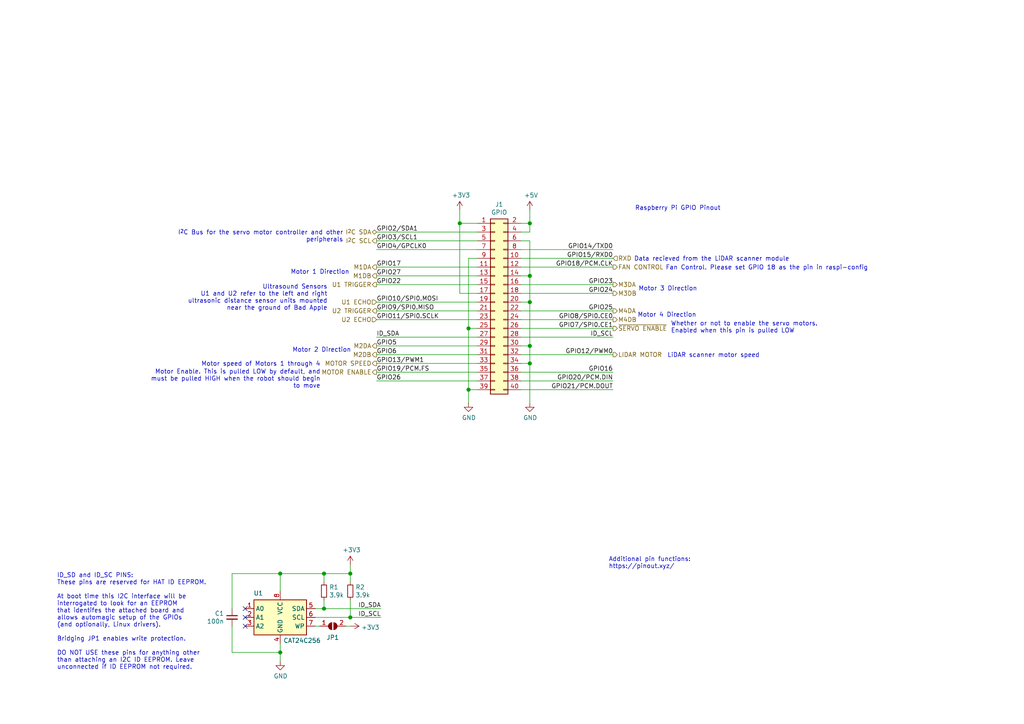
<source format=kicad_sch>
(kicad_sch (version 20250114) (generator "eeschema") (generator_version "9.0")
  (paper "A4")
  (title_block (title "Autonomous  Courier Robot \"Bad Apple\"") (date "2025-08-28") (rev "1") (company "Mixed Engineering Group 3 | STEM 12-Altruism / AY 2526 | CIT-U SHS") (comment 4 "This sheet defines the Raspberry Pi HAT interface"))
  (lib_symbols
    (symbol "Connector_Generic:Conn_02x20_Odd_Even" (pin_names (offset 1.016) (hide yes))
      (property "Reference" "J" (at 1.27 25.4 0))
      (property "Value" "Conn_02x20_Odd_Even" (at 1.27 -27.94 0))
      (symbol "Conn_02x20_Odd_Even_1_1"
        (rectangle (start -1.27 24.13) (end 3.81 -26.67) (stroke (width 0.254)) (fill (type background)))
        (rectangle (start -1.27 22.987) (end 0 22.733) (stroke (width 0.1524)))
        (rectangle (start -1.27 20.447) (end 0 20.193) (stroke (width 0.1524)))
        (rectangle (start -1.27 17.907) (end 0 17.653) (stroke (width 0.1524)))
        (rectangle (start -1.27 15.367) (end 0 15.113) (stroke (width 0.1524)))
        (rectangle (start -1.27 12.827) (end 0 12.573) (stroke (width 0.1524)))
        (rectangle (start -1.27 10.287) (end 0 10.033) (stroke (width 0.1524)))
        (rectangle (start -1.27 7.747) (end 0 7.493) (stroke (width 0.1524)))
        (rectangle (start -1.27 5.207) (end 0 4.953) (stroke (width 0.1524)))
        (rectangle (start -1.27 2.667) (end 0 2.413) (stroke (width 0.1524)))
        (rectangle (start -1.27 0.127) (end 0 -0.127) (stroke (width 0.1524)))
        (rectangle (start -1.27 -2.413) (end 0 -2.667) (stroke (width 0.1524)))
        (rectangle (start -1.27 -4.953) (end 0 -5.207) (stroke (width 0.1524)))
        (rectangle (start -1.27 -7.493) (end 0 -7.747) (stroke (width 0.1524)))
        (rectangle (start -1.27 -10.033) (end 0 -10.287) (stroke (width 0.1524)))
        (rectangle (start -1.27 -12.573) (end 0 -12.827) (stroke (width 0.1524)))
        (rectangle (start -1.27 -15.113) (end 0 -15.367) (stroke (width 0.1524)))
        (rectangle (start -1.27 -17.653) (end 0 -17.907) (stroke (width 0.1524)))
        (rectangle (start -1.27 -20.193) (end 0 -20.447) (stroke (width 0.1524)))
        (rectangle (start -1.27 -22.733) (end 0 -22.987) (stroke (width 0.1524)))
        (rectangle (start -1.27 -25.273) (end 0 -25.527) (stroke (width 0.1524)))
        (rectangle (start 3.81 22.987) (end 2.54 22.733) (stroke (width 0.1524)))
        (rectangle (start 3.81 20.447) (end 2.54 20.193) (stroke (width 0.1524)))
        (rectangle (start 3.81 17.907) (end 2.54 17.653) (stroke (width 0.1524)))
        (rectangle (start 3.81 15.367) (end 2.54 15.113) (stroke (width 0.1524)))
        (rectangle (start 3.81 12.827) (end 2.54 12.573) (stroke (width 0.1524)))
        (rectangle (start 3.81 10.287) (end 2.54 10.033) (stroke (width 0.1524)))
        (rectangle (start 3.81 7.747) (end 2.54 7.493) (stroke (width 0.1524)))
        (rectangle (start 3.81 5.207) (end 2.54 4.953) (stroke (width 0.1524)))
        (rectangle (start 3.81 2.667) (end 2.54 2.413) (stroke (width 0.1524)))
        (rectangle (start 3.81 0.127) (end 2.54 -0.127) (stroke (width 0.1524)))
        (rectangle (start 3.81 -2.413) (end 2.54 -2.667) (stroke (width 0.1524)))
        (rectangle (start 3.81 -4.953) (end 2.54 -5.207) (stroke (width 0.1524)))
        (rectangle (start 3.81 -7.493) (end 2.54 -7.747) (stroke (width 0.1524)))
        (rectangle (start 3.81 -10.033) (end 2.54 -10.287) (stroke (width 0.1524)))
        (rectangle (start 3.81 -12.573) (end 2.54 -12.827) (stroke (width 0.1524)))
        (rectangle (start 3.81 -15.113) (end 2.54 -15.367) (stroke (width 0.1524)))
        (rectangle (start 3.81 -17.653) (end 2.54 -17.907) (stroke (width 0.1524)))
        (rectangle (start 3.81 -20.193) (end 2.54 -20.447) (stroke (width 0.1524)))
        (rectangle (start 3.81 -22.733) (end 2.54 -22.987) (stroke (width 0.1524)))
        (rectangle (start 3.81 -25.273) (end 2.54 -25.527) (stroke (width 0.1524)))
        (pin passive line (at -5.08 22.86 0) (length 3.81) (name "Pin_1") (number "1"))
        (pin passive line (at -5.08 20.32 0) (length 3.81) (name "Pin_3") (number "3"))
        (pin passive line (at -5.08 17.78 0) (length 3.81) (name "Pin_5") (number "5"))
        (pin passive line (at -5.08 15.24 0) (length 3.81) (name "Pin_7") (number "7"))
        (pin passive line (at -5.08 12.7 0) (length 3.81) (name "Pin_9") (number "9"))
        (pin passive line (at -5.08 10.16 0) (length 3.81) (name "Pin_11") (number "11"))
        (pin passive line (at -5.08 7.62 0) (length 3.81) (name "Pin_13") (number "13"))
        (pin passive line (at -5.08 5.08 0) (length 3.81) (name "Pin_15") (number "15"))
        (pin passive line (at -5.08 2.54 0) (length 3.81) (name "Pin_17") (number "17"))
        (pin passive line (at -5.08 0 0) (length 3.81) (name "Pin_19") (number "19"))
        (pin passive line (at -5.08 -2.54 0) (length 3.81) (name "Pin_21") (number "21"))
        (pin passive line (at -5.08 -5.08 0) (length 3.81) (name "Pin_23") (number "23"))
        (pin passive line (at -5.08 -7.62 0) (length 3.81) (name "Pin_25") (number "25"))
        (pin passive line (at -5.08 -10.16 0) (length 3.81) (name "Pin_27") (number "27"))
        (pin passive line (at -5.08 -12.7 0) (length 3.81) (name "Pin_29") (number "29"))
        (pin passive line (at -5.08 -15.24 0) (length 3.81) (name "Pin_31") (number "31"))
        (pin passive line (at -5.08 -17.78 0) (length 3.81) (name "Pin_33") (number "33"))
        (pin passive line (at -5.08 -20.32 0) (length 3.81) (name "Pin_35") (number "35"))
        (pin passive line (at -5.08 -22.86 0) (length 3.81) (name "Pin_37") (number "37"))
        (pin passive line (at -5.08 -25.4 0) (length 3.81) (name "Pin_39") (number "39"))
        (pin passive line (at 7.62 22.86 180) (length 3.81) (name "Pin_2") (number "2"))
        (pin passive line (at 7.62 20.32 180) (length 3.81) (name "Pin_4") (number "4"))
        (pin passive line (at 7.62 17.78 180) (length 3.81) (name "Pin_6") (number "6"))
        (pin passive line (at 7.62 15.24 180) (length 3.81) (name "Pin_8") (number "8"))
        (pin passive line (at 7.62 12.7 180) (length 3.81) (name "Pin_10") (number "10"))
        (pin passive line (at 7.62 10.16 180) (length 3.81) (name "Pin_12") (number "12"))
        (pin passive line (at 7.62 7.62 180) (length 3.81) (name "Pin_14") (number "14"))
        (pin passive line (at 7.62 5.08 180) (length 3.81) (name "Pin_16") (number "16"))
        (pin passive line (at 7.62 2.54 180) (length 3.81) (name "Pin_18") (number "18"))
        (pin passive line (at 7.62 0 180) (length 3.81) (name "Pin_20") (number "20"))
        (pin passive line (at 7.62 -2.54 180) (length 3.81) (name "Pin_22") (number "22"))
        (pin passive line (at 7.62 -5.08 180) (length 3.81) (name "Pin_24") (number "24"))
        (pin passive line (at 7.62 -7.62 180) (length 3.81) (name "Pin_26") (number "26"))
        (pin passive line (at 7.62 -10.16 180) (length 3.81) (name "Pin_28") (number "28"))
        (pin passive line (at 7.62 -12.7 180) (length 3.81) (name "Pin_30") (number "30"))
        (pin passive line (at 7.62 -15.24 180) (length 3.81) (name "Pin_32") (number "32"))
        (pin passive line (at 7.62 -17.78 180) (length 3.81) (name "Pin_34") (number "34"))
        (pin passive line (at 7.62 -20.32 180) (length 3.81) (name "Pin_36") (number "36"))
        (pin passive line (at 7.62 -22.86 180) (length 3.81) (name "Pin_38") (number "38"))
        (pin passive line (at 7.62 -25.4 180) (length 3.81) (name "Pin_40") (number "40"))
      )
    )
    (symbol "Device:C_Small" (pin_numbers (hide yes)) (pin_names (offset 0.254) (hide yes))
      (property "Reference" "C" (at 0.254 1.778 0))
      (property "Value" "C_Small" (at 0.254 -2.032 0))
      (symbol "C_Small_0_1"
        (polyline (pts (xy -1.524 0.508) (xy 1.524 0.508)) (stroke (width 0.3048)))
        (polyline (pts (xy -1.524 -0.508) (xy 1.524 -0.508)) (stroke (width 0.3302)))
      )
      (symbol "C_Small_1_1"
        (pin passive line (at 0 2.54 270) (length 2.032) (name "~") (number "1"))
        (pin passive line (at 0 -2.54 90) (length 2.032) (name "~") (number "2"))
      )
    )
    (symbol "Device:R_Small" (pin_numbers (hide yes)) (pin_names (offset 0.254) (hide yes))
      (property "Reference" "R" (at 0.762 0.508 0))
      (property "Value" "R_Small" (at 0.762 -1.016 0))
      (symbol "R_Small_0_1"
        (rectangle (start -0.762 1.778) (end 0.762 -1.778) (stroke (width 0.2032)))
      )
      (symbol "R_Small_1_1"
        (pin passive line (at 0 2.54 270) (length 0.762) (name "~") (number "1"))
        (pin passive line (at 0 -2.54 90) (length 0.762) (name "~") (number "2"))
      )
    )
    (symbol "Jumper:SolderJumper_2_Open" (pin_names (offset 0) (hide yes))
      (property "Reference" "JP" (at 0 2.032 0))
      (property "Value" "SolderJumper_2_Open" (at 0 -2.54 0))
      (symbol "SolderJumper_2_Open_0_1"
        (polyline (pts (xy -0.254 1.016) (xy -0.254 -1.016)))
        (arc (start -0.254 -1.016) (mid -1.2656 0) (end -0.254 1.016))
        (arc (start -0.254 -1.016) (mid -1.2656 0) (end -0.254 1.016) (fill (type outline)))
        (arc (start 0.254 1.016) (mid 1.2656 0) (end 0.254 -1.016))
        (arc (start 0.254 1.016) (mid 1.2656 0) (end 0.254 -1.016) (fill (type outline)))
        (polyline (pts (xy 0.254 1.016) (xy 0.254 -1.016)))
      )
      (symbol "SolderJumper_2_Open_1_1"
        (pin passive line (at -3.81 0 0) (length 2.54) (name "A") (number "1"))
        (pin passive line (at 3.81 0 180) (length 2.54) (name "B") (number "2"))
      )
    )
    (symbol "Memory_EEPROM:CAT24C256"
      (property "Reference" "U" (at -6.35 6.35 0))
      (property "Value" "CAT24C256" (at 1.27 6.35 0))
      (symbol "CAT24C256_1_1"
        (rectangle (start -7.62 5.08) (end 7.62 -5.08) (stroke (width 0.254)) (fill (type background)))
        (pin input line (at -10.16 2.54 0) (length 2.54) (name "A0") (number "1"))
        (pin input line (at -10.16 0 0) (length 2.54) (name "A1") (number "2"))
        (pin input line (at -10.16 -2.54 0) (length 2.54) (name "A2") (number "3"))
        (pin power_in line (at 0 7.62 270) (length 2.54) (name "VCC") (number "8"))
        (pin power_in line (at 0 -7.62 90) (length 2.54) (name "GND") (number "4"))
        (pin bidirectional line (at 10.16 2.54 180) (length 2.54) (name "SDA") (number "5"))
        (pin input line (at 10.16 0 180) (length 2.54) (name "SCL") (number "6"))
        (pin input line (at 10.16 -2.54 180) (length 2.54) (name "WP") (number "7"))
      )
    )
    (symbol "power:+3.3V" (power) (pin_names (offset 0))
      (property "Value" "+3.3V" (at 0 3.556 0))
      (symbol "+3.3V_0_1"
        (polyline (pts (xy -0.762 1.27) (xy 0 2.54)))
        (polyline (pts (xy 0 2.54) (xy 0.762 1.27)))
        (polyline (pts (xy 0 0) (xy 0 2.54)))
      )
      (symbol "+3.3V_1_1"
        (pin power_in line (at 0 0 90) (length 0) (hide yes) (name "+3V3") (number "1"))
      )
    )
    (symbol "power:+5V" (power) (pin_names (offset 0))
      (property "Value" "+5V" (at 0 3.556 0))
      (symbol "+5V_0_1"
        (polyline (pts (xy -0.762 1.27) (xy 0 2.54)))
        (polyline (pts (xy 0 2.54) (xy 0.762 1.27)))
        (polyline (pts (xy 0 0) (xy 0 2.54)))
      )
      (symbol "+5V_1_1"
        (pin power_in line (at 0 0 90) (length 0) (hide yes) (name "+5V") (number "1"))
      )
    )
    (symbol "power:GND" (power) (pin_names (offset 0))
      (property "Value" "GND" (at 0 -3.81 0))
      (symbol "GND_0_1"
        (polyline (pts (xy 0 0) (xy 0 -1.27) (xy 1.27 -1.27) (xy 0 -2.54) (xy -1.27 -1.27) (xy 0 -1.27)))
      )
      (symbol "GND_1_1"
        (pin power_in line (at 0 0 270) (length 0) (hide yes) (name "GND") (number "1"))
      )
    )
  )
  (text "I^{2}C Bus for the servo motor controller and other\nperipherals" (at 99.568 68.58 0) (effects (font (size 1.27 1.27)) (justify right)))
  (text "Ultrasound Sensors\nU1 and U2 refer to the left and right\nultrasonic distance sensor units mounted\nnear the ground of Bad Apple" (at 94.996 86.36 0) (effects (font (size 1.27 1.27)) (justify right)))
  (text "Data recieved from the LiDAR scanner module" (at 183.896 75.184 0) (effects (font (size 1.27 1.27)) (justify left)))
  (text "Whether or not to enable the servo motors.\nEnabled when this pin is pulled LOW" (at 194.564 94.996 0) (effects (font (size 1.27 1.27)) (justify left)))
  (text "Motor 2 Direction" (at 101.854 101.6 0) (effects (font (size 1.27 1.27)) (justify right)))
  (text "Motor 1 Direction" (at 101.346 78.994 0) (effects (font (size 1.27 1.27)) (justify right)))
  (text "Raspberry Pi GPIO Pinout" (at 196.596 60.452 0) (effects (font (size 1.27 1.27))))
  (text "Motor 4 Direction" (at 184.912 91.44 0) (effects (font (size 1.27 1.27)) (justify left)))
  (text "Motor 3 Direction" (at 185.166 83.82 0) (effects (font (size 1.27 1.27)) (justify left)))
  (text "Fan Control. Please set GPIO 18 as the pin in raspi-config" (at 193.04 77.724 0) (effects (font (size 1.27 1.27)) (justify left)))
  (text "ID_SD and ID_SC PINS:\nThese pins are reserved for HAT ID EEPROM.\n\nAt boot time this I2C interface will be\ninterrogated to look for an EEPROM\nthat identifes the attached board and\nallows automagic setup of the GPIOs\n(and optionally, Linux drivers).\n\nBridging JP1 enables write protection.\n\nDO NOT USE these pins for anything other\nthan attaching an I2C ID EEPROM. Leave\nunconnected if ID EEPROM not required." (at 16.51 194.31 0) (effects (font (size 1.27 1.27)) (justify left bottom)))
  (text "Motor speed of Motors 1 through 4" (at 92.964 105.664 0) (effects (font (size 1.27 1.27)) (justify right)))
  (text "LiDAR scanner motor speed" (at 193.548 103.124 0) (effects (font (size 1.27 1.27)) (justify left)))
  (text "Motor Enable. This is pulled LOW by default, and\nmust be pulled HIGH when the robot should begin\nto move" (at 92.964 109.982 0) (effects (font (size 1.27 1.27)) (justify right)))
  (text "Additional pin functions:\nhttps://pinout.xyz/" (at 176.53 165.1 0) (effects (font (size 1.27 1.27)) (justify left bottom)))
  (junction (at 93.98 166.37) (diameter 1.016))
  (junction (at 101.6 166.37) (diameter 1.016))
  (junction (at 93.98 176.53) (diameter 1.016))
  (junction (at 135.89 113.03) (diameter 1.016))
  (junction (at 133.35 64.77) (diameter 1.016))
  (junction (at 153.67 80.01) (diameter 1.016))
  (junction (at 153.67 100.33) (diameter 1.016))
  (junction (at 135.89 95.25) (diameter 1.016))
  (junction (at 81.28 189.23) (diameter 1.016))
  (junction (at 153.67 64.77) (diameter 1.016))
  (junction (at 153.67 87.63) (diameter 1.016))
  (junction (at 81.28 166.37) (diameter 1.016))
  (junction (at 101.6 179.07) (diameter 1.016))
  (junction (at 153.67 105.41) (diameter 1.016))
  (no_connect (at 71.12 181.61))
  (no_connect (at 71.12 179.07))
  (no_connect (at 71.12 176.53))
  (wire (pts (xy 109.22 90.17) (xy 138.43 90.17)))
  (wire (pts (xy 135.89 95.25) (xy 135.89 113.03)))
  (wire (pts (xy 81.28 166.37) (xy 81.28 171.45)))
  (wire (pts (xy 153.67 64.77) (xy 151.13 64.77)))
  (wire (pts (xy 133.35 60.96) (xy 133.35 64.77)))
  (wire (pts (xy 138.43 67.31) (xy 109.22 67.31)))
  (wire (pts (xy 151.13 107.95) (xy 177.8 107.95)))
  (wire (pts (xy 67.31 181.61) (xy 67.31 189.23)))
  (wire (pts (xy 151.13 77.47) (xy 177.8 77.47)))
  (wire (pts (xy 151.13 90.17) (xy 177.8 90.17)))
  (wire (pts (xy 153.67 100.33) (xy 151.13 100.33)))
  (wire (pts (xy 91.44 179.07) (xy 101.6 179.07)))
  (wire (pts (xy 133.35 64.77) (xy 133.35 85.09)))
  (wire (pts (xy 81.28 166.37) (xy 93.98 166.37)))
  (wire (pts (xy 153.67 80.01) (xy 153.67 87.63)))
  (wire (pts (xy 153.67 87.63) (xy 151.13 87.63)))
  (wire (pts (xy 151.13 74.93) (xy 177.8 74.93)))
  (wire (pts (xy 135.89 74.93) (xy 135.89 95.25)))
  (wire (pts (xy 138.43 87.63) (xy 109.22 87.63)))
  (wire (pts (xy 153.67 60.96) (xy 153.67 64.77)))
  (wire (pts (xy 153.67 69.85) (xy 151.13 69.85)))
  (wire (pts (xy 151.13 72.39) (xy 177.8 72.39)))
  (wire (pts (xy 101.6 168.91) (xy 101.6 166.37)))
  (wire (pts (xy 91.44 176.53) (xy 93.98 176.53)))
  (wire (pts (xy 101.6 166.37) (xy 93.98 166.37)))
  (wire (pts (xy 67.31 166.37) (xy 67.31 176.53)))
  (wire (pts (xy 109.22 92.71) (xy 138.43 92.71)))
  (wire (pts (xy 135.89 74.93) (xy 138.43 74.93)))
  (wire (pts (xy 133.35 85.09) (xy 138.43 85.09)))
  (wire (pts (xy 133.35 64.77) (xy 138.43 64.77)))
  (wire (pts (xy 109.22 107.95) (xy 138.43 107.95)))
  (wire (pts (xy 151.13 113.03) (xy 177.8 113.03)))
  (wire (pts (xy 109.22 69.85) (xy 138.43 69.85)))
  (wire (pts (xy 135.89 113.03) (xy 138.43 113.03)))
  (wire (pts (xy 109.22 102.87) (xy 138.43 102.87)))
  (wire (pts (xy 153.67 64.77) (xy 153.67 67.31)))
  (wire (pts (xy 101.6 179.07) (xy 110.49 179.07)))
  (wire (pts (xy 93.98 166.37) (xy 93.98 168.91)))
  (wire (pts (xy 81.28 166.37) (xy 67.31 166.37)))
  (wire (pts (xy 101.6 163.83) (xy 101.6 166.37)))
  (wire (pts (xy 138.43 105.41) (xy 109.22 105.41)))
  (wire (pts (xy 81.28 189.23) (xy 81.28 191.77)))
  (wire (pts (xy 93.98 173.99) (xy 93.98 176.53)))
  (wire (pts (xy 151.13 85.09) (xy 177.8 85.09)))
  (wire (pts (xy 135.89 113.03) (xy 135.89 116.84)))
  (wire (pts (xy 153.67 105.41) (xy 151.13 105.41)))
  (wire (pts (xy 100.33 181.61) (xy 101.6 181.61)))
  (wire (pts (xy 151.13 97.79) (xy 177.8 97.79)))
  (wire (pts (xy 67.31 189.23) (xy 81.28 189.23)))
  (wire (pts (xy 151.13 95.25) (xy 177.8 95.25)))
  (wire (pts (xy 153.67 69.85) (xy 153.67 80.01)))
  (wire (pts (xy 109.22 82.55) (xy 138.43 82.55)))
  (wire (pts (xy 109.22 72.39) (xy 138.43 72.39)))
  (wire (pts (xy 153.67 67.31) (xy 151.13 67.31)))
  (wire (pts (xy 81.28 186.69) (xy 81.28 189.23)))
  (wire (pts (xy 109.22 110.49) (xy 138.43 110.49)))
  (wire (pts (xy 151.13 82.55) (xy 177.8 82.55)))
  (wire (pts (xy 109.22 100.33) (xy 138.43 100.33)))
  (wire (pts (xy 153.67 80.01) (xy 151.13 80.01)))
  (wire (pts (xy 153.67 105.41) (xy 153.67 116.84)))
  (wire (pts (xy 138.43 77.47) (xy 109.22 77.47)))
  (wire (pts (xy 151.13 92.71) (xy 177.8 92.71)))
  (wire (pts (xy 138.43 97.79) (xy 109.22 97.79)))
  (wire (pts (xy 151.13 110.49) (xy 177.8 110.49)))
  (wire (pts (xy 101.6 173.99) (xy 101.6 179.07)))
  (wire (pts (xy 93.98 176.53) (xy 110.49 176.53)))
  (wire (pts (xy 91.44 181.61) (xy 92.71 181.61)))
  (wire (pts (xy 153.67 87.63) (xy 153.67 100.33)))
  (wire (pts (xy 135.89 95.25) (xy 138.43 95.25)))
  (wire (pts (xy 153.67 100.33) (xy 153.67 105.41)))
  (wire (pts (xy 109.22 80.01) (xy 138.43 80.01)))
  (wire (pts (xy 151.13 102.87) (xy 177.8 102.87)))
  (label "GPIO17" (at 109.22 77.47 0))
  (label "GPIO6" (at 109.22 102.87 0))
  (label "GPIO18{slash}PCM.CLK" (at 177.8 77.47 180))
  (label "GPIO27" (at 109.22 80.01 0))
  (label "GPIO2{slash}SDA1" (at 109.22 67.31 0))
  (label "GPIO11{slash}SPI0.SCLK" (at 109.22 92.71 0))
  (label "ID_SDA" (at 110.49 176.53 180))
  (label "GPIO3{slash}SCL1" (at 109.22 69.85 0))
  (label "GPIO9{slash}SPI0.MISO" (at 109.22 90.17 0))
  (label "GPIO25" (at 177.8 90.17 180))
  (label "GPIO21{slash}PCM.DOUT" (at 177.8 113.03 180))
  (label "GPIO10{slash}SPI0.MOSI" (at 109.22 87.63 0))
  (label "GPIO8{slash}SPI0.CE0" (at 177.8 92.71 180))
  (label "GPIO14{slash}TXD0" (at 177.8 72.39 180))
  (label "ID_SCL" (at 177.8 97.79 180))
  (label "GPIO5" (at 109.22 100.33 0))
  (label "GPIO13{slash}PWM1" (at 109.22 105.41 0))
  (label "GPIO15{slash}RXD0" (at 177.8 74.93 180))
  (label "GPIO26" (at 109.22 110.49 0))
  (label "GPIO22" (at 109.22 82.55 0))
  (label "GPIO16" (at 177.8 107.95 180))
  (label "ID_SCL" (at 110.49 179.07 180))
  (label "GPIO24" (at 177.8 85.09 180))
  (label "GPIO4{slash}GPCLK0" (at 109.22 72.39 0))
  (label "GPIO12{slash}PWM0" (at 177.8 102.87 180))
  (label "GPIO19{slash}PCM.FS" (at 109.22 107.95 0))
  (label "GPIO23" (at 177.8 82.55 180))
  (label "GPIO7{slash}SPI0.CE1" (at 177.8 95.25 180))
  (label "ID_SDA" (at 109.22 97.79 0))
  (label "GPIO20{slash}PCM.DIN" (at 177.8 110.49 180))
  (hierarchical_label "MOTOR ENABLE" (shape output) (at 109.22 107.95 180))
  (hierarchical_label "~{SERVO ENABLE}" (shape output) (at 177.8 95.25 0))
  (hierarchical_label "LIDAR MOTOR" (shape output) (at 177.8 102.87 0))
  (hierarchical_label "U2 TRIGGER" (shape output) (at 109.22 90.17 180))
  (hierarchical_label "M1DB" (shape output) (at 109.22 80.01 180))
  (hierarchical_label "M2DA" (shape output) (at 109.22 100.33 180))
  (hierarchical_label "M4DA" (shape output) (at 177.8 90.17 0))
  (hierarchical_label "MOTOR SPEED" (shape output) (at 109.22 105.41 180))
  (hierarchical_label "U1 ECHO" (shape input) (at 109.22 87.63 180))
  (hierarchical_label "FAN CONTROL" (shape output) (at 177.8 77.47 0))
  (hierarchical_label "I^{2}C SDA" (shape bidirectional) (at 109.22 67.31 180))
  (hierarchical_label "U1 TRIGGER" (shape output) (at 109.22 82.55 180))
  (hierarchical_label "U2 ECHO" (shape input) (at 109.22 92.71 180))
  (hierarchical_label "M4DB" (shape output) (at 177.8 92.71 0))
  (hierarchical_label "M3DB" (shape output) (at 177.8 85.09 0))
  (hierarchical_label "I^{2}C SCL" (shape output) (at 109.22 69.85 180))
  (hierarchical_label "M2DB" (shape output) (at 109.22 102.87 180))
  (hierarchical_label "RXD" (shape input) (at 177.8 74.93 0))
  (hierarchical_label "M1DA" (shape output) (at 109.22 77.47 180))
  (hierarchical_label "M3DA" (shape output) (at 177.8 82.55 0))
  (symbol (lib_id "power:+5V") (at 153.67 60.96 0) (unit 1)
    (property "Reference" "#PWR01" (effects (hide yes)))
    (property "Value" "+5V" (at 154.0383 56.6356 0))
  )
  (symbol (lib_id "power:+3.3V") (at 133.35 60.96 0) (unit 1)
    (property "Reference" "#PWR04" (effects (hide yes)))
    (property "Value" "+3V3" (at 133.7183 56.6356 0))
  )
  (symbol (lib_id "power:GND") (at 153.67 116.84 0) (unit 1)
    (property "Reference" "#PWR02" (effects (hide yes)))
    (property "Value" "GND" (at 153.7843 121.1644 0))
  )
  (symbol (lib_id "power:GND") (at 135.89 116.84 0) (unit 1)
    (property "Reference" "#PWR03" (effects (hide yes)))
    (property "Value" "GND" (at 136.0043 121.1644 0))
  )
  (symbol (lib_id "Connector_Generic:Conn_02x20_Odd_Even") (at 143.51 87.63 0) (unit 1)
    (property "Reference" "J1" (at 144.78 59.2898 0))
    (property "Value" "GPIO" (at 144.78 61.595 0))
    (property "Footprint" "Connector_PinSocket_2.54mm:PinSocket_2x20_P2.54mm_Vertical" (effects (hide yes)))
  )
  (symbol (lib_id "Device:C_Small") (at 67.31 179.07 0) (unit 1)
    (property "Reference" "C1" (at 64.9858 177.9206 0) (effects (justify right)))
    (property "Value" "100n" (at 64.9858 180.2193 0) (effects (justify right)))
    (property "Footprint" "Capacitor_SMD:C_0805_2012Metric" (effects (hide yes)))
  )
  (symbol (lib_id "Device:R_Small") (at 93.98 171.45 0) (unit 1)
    (property "Reference" "R1" (at 95.4786 170.307 0) (effects (justify left)))
    (property "Value" "3.9k" (at 95.4787 172.5993 0) (effects (justify left)))
    (property "Footprint" "Resistor_SMD:R_1206_3216Metric" (effects (hide yes)))
  )
  (symbol (lib_id "Jumper:SolderJumper_2_Open") (at 96.52 181.61 0) (unit 1)
    (property "Reference" "JP1" (at 96.52 184.893 0))
    (property "Value" "ID_WP" (effects (hide yes)))
    (property "Footprint" "Jumper:SolderJumper-2_P1.3mm_Open_RoundedPad1.0x1.5mm" (effects (hide yes)))
  )
  (symbol (lib_id "Device:R_Small") (at 101.6 171.45 0) (unit 1)
    (property "Reference" "R2" (at 103.0986 170.307 0) (effects (justify left)))
    (property "Value" "3.9k" (at 103.0987 172.5993 0) (effects (justify left)))
    (property "Footprint" "Resistor_SMD:R_1206_3216Metric" (effects (hide yes)))
  )
  (symbol (lib_id "power:+3.3V") (at 101.6 163.83 0) (unit 1)
    (property "Reference" "#PWR0101" (effects (hide yes)))
    (property "Value" "+3V3" (at 101.9683 159.5056 0))
  )
  (symbol (lib_id "Memory_EEPROM:CAT24C256") (at 81.28 179.07 0) (unit 1)
    (property "Reference" "U1" (at 74.93 172.0658 0))
    (property "Value" "CAT24C256" (at 87.63 185.7945 0))
    (property "Footprint" "Package_SO:SOIC-8_3.9x4.9mm_P1.27mm" (effects (hide yes)))
    (property "Datasheet" "https://www.onsemi.cn/PowerSolutions/document/CAT24C256-D.PDF" (effects (hide yes)))
  )
  (symbol (lib_id "power:GND") (at 81.28 191.77 0) (unit 1)
    (property "Reference" "#PWR0102" (effects (hide yes)))
    (property "Value" "GND" (at 81.3943 196.0944 0))
  )
  (symbol (lib_id "power:+3.3V") (at 101.6 181.61 270) (unit 1)
    (property "Reference" "#PWR0103" (effects (hide yes)))
    (property "Value" "+3V3" (at 104.7751 181.9783 90) (effects (justify left)))
  )
)
</source>
